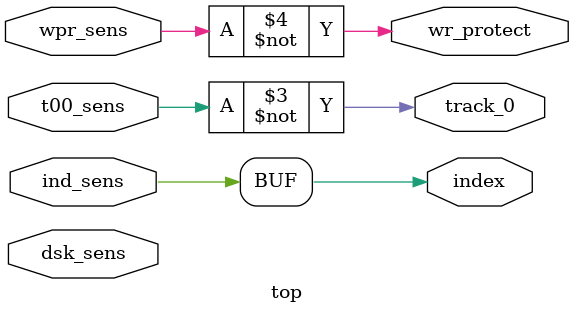
<source format=v>
/* File: sensors.v
 * Author: Thomas Le <thomas.le@ufl.edu>
 * Created: Mar. 22, 2023
 */

module top(
    // External interface
    output wire index,          // Pin 8 - Index
    output wire track_0,        // Pin 26 - Track 00 sensor
    output wire wr_protect,     // Pin 28 - Write protect sensor

    // Sensors
    input wire ind_sens, // Low on TRUE (hole present), High on FALSE
    input wire t00_sens, // Low on FALSE (not at tr0), High on TRUE
    input wire wpr_sens, // Low on FALSE (notch present), High on TRUE
    input wire dsk_sens  // Low on FALSE (disk not present), High on TRUE
);

// Bus outputs are active-low

// Index sensor output
assign index = ~(~ind_sens);

// Track 0 sensor output
assign track_0 = ~(t00_sens);

// Write-protect sensor output
assign wr_protect = ~(wpr_sens);

endmodule

</source>
